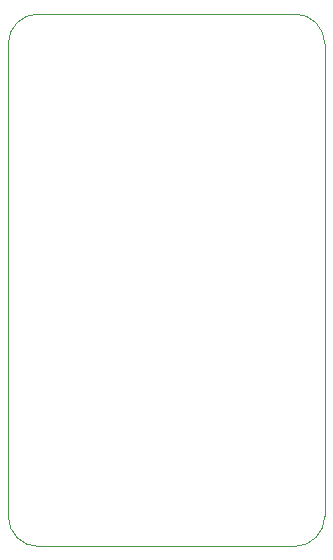
<source format=gbr>
%TF.GenerationSoftware,KiCad,Pcbnew,5.1.10*%
%TF.CreationDate,2021-09-10T11:26:47+02:00*%
%TF.ProjectId,PeltierSwitchingMainBoard_control,50656c74-6965-4725-9377-69746368696e,rev?*%
%TF.SameCoordinates,Original*%
%TF.FileFunction,Profile,NP*%
%FSLAX46Y46*%
G04 Gerber Fmt 4.6, Leading zero omitted, Abs format (unit mm)*
G04 Created by KiCad (PCBNEW 5.1.10) date 2021-09-10 11:26:47*
%MOMM*%
%LPD*%
G01*
G04 APERTURE LIST*
%TA.AperFunction,Profile*%
%ADD10C,0.050000*%
%TD*%
G04 APERTURE END LIST*
D10*
X64643000Y-81915000D02*
X86360000Y-81915000D01*
X62103000Y-39370000D02*
X62103000Y-79375000D01*
X88900000Y-39370000D02*
X88900000Y-79375000D01*
X88900000Y-79375000D02*
G75*
G02*
X86360000Y-81915000I-2540000J0D01*
G01*
X64643000Y-81915000D02*
G75*
G02*
X62103000Y-79375000I0J2540000D01*
G01*
X62103000Y-39370000D02*
G75*
G02*
X64643000Y-36830000I2540000J0D01*
G01*
X86360000Y-36830000D02*
G75*
G02*
X88900000Y-39370000I0J-2540000D01*
G01*
X64643000Y-36830000D02*
X86360000Y-36830000D01*
M02*

</source>
